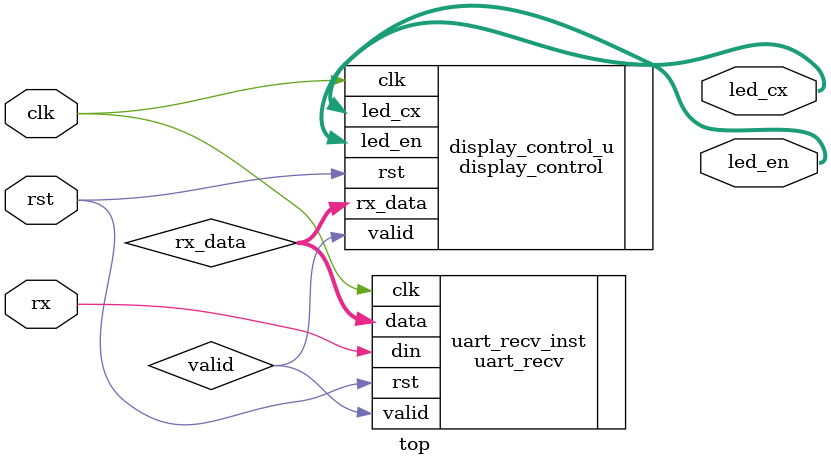
<source format=v>
`timescale 1ns / 1ps


module top (
    input wire clk,           // 时钟信号
    input wire rst,           // 复位信号
    input wire rx,           // UART 接收信号
    output wire [7:0] led_en,
    output wire [7:0] led_cx
  );

  wire [7:0] rx_data;      // UART接收的数据
  wire valid;              // UART接收数据有效标志

  // UART接收模块实例化
  uart_recv uart_recv_inst (
              .clk(clk),
              .rst(rst),
              .din(rx),
              .data(rx_data),
              .valid(valid)
            );

  display_control display_control_u(
                    .clk(clk),
                    .rst(rst),
                    .rx_data(rx_data),
                    .valid(valid),
                    .led_cx(led_cx),
                    .led_en(led_en)
                  );
endmodule

</source>
